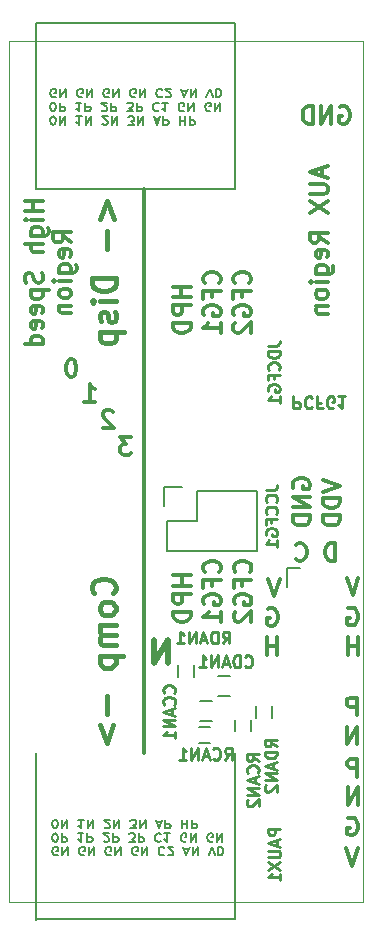
<source format=gbo>
G04 #@! TF.FileFunction,Legend,Bot*
%FSLAX46Y46*%
G04 Gerber Fmt 4.6, Leading zero omitted, Abs format (unit mm)*
G04 Created by KiCad (PCBNEW 4.0.2+e4-6225~38~ubuntu14.04.1-stable) date Mon Aug  1 15:26:05 2016*
%MOMM*%
G01*
G04 APERTURE LIST*
%ADD10C,0.350000*%
%ADD11C,0.300000*%
%ADD12C,0.250000*%
%ADD13C,0.500000*%
%ADD14C,0.400000*%
%ADD15C,0.175000*%
%ADD16C,0.100000*%
%ADD17C,0.152400*%
G04 APERTURE END LIST*
D10*
D11*
X50100000Y-90603571D02*
X49600000Y-92103571D01*
X49100000Y-90603571D01*
X49232143Y-88075000D02*
X49375000Y-88003571D01*
X49589286Y-88003571D01*
X49803571Y-88075000D01*
X49946429Y-88217857D01*
X50017857Y-88360714D01*
X50089286Y-88646429D01*
X50089286Y-88860714D01*
X50017857Y-89146429D01*
X49946429Y-89289286D01*
X49803571Y-89432143D01*
X49589286Y-89503571D01*
X49446429Y-89503571D01*
X49232143Y-89432143D01*
X49160714Y-89360714D01*
X49160714Y-88860714D01*
X49446429Y-88860714D01*
X50053571Y-86953571D02*
X50053571Y-85453571D01*
X49196428Y-86953571D01*
X49196428Y-85453571D01*
X49992857Y-84528571D02*
X49992857Y-83028571D01*
X49421429Y-83028571D01*
X49278571Y-83100000D01*
X49207143Y-83171429D01*
X49135714Y-83314286D01*
X49135714Y-83528571D01*
X49207143Y-83671429D01*
X49278571Y-83742857D01*
X49421429Y-83814286D01*
X49992857Y-83814286D01*
X50003571Y-81803571D02*
X50003571Y-80303571D01*
X49146428Y-81803571D01*
X49146428Y-80303571D01*
X49967857Y-79353571D02*
X49967857Y-77853571D01*
X49396429Y-77853571D01*
X49253571Y-77925000D01*
X49182143Y-77996429D01*
X49110714Y-78139286D01*
X49110714Y-78353571D01*
X49182143Y-78496429D01*
X49253571Y-78567857D01*
X49396429Y-78639286D01*
X49967857Y-78639286D01*
X50053571Y-74253571D02*
X50053571Y-72753571D01*
X50053571Y-73467857D02*
X49196428Y-73467857D01*
X49196428Y-74253571D02*
X49196428Y-72753571D01*
X49232143Y-70300000D02*
X49375000Y-70228571D01*
X49589286Y-70228571D01*
X49803571Y-70300000D01*
X49946429Y-70442857D01*
X50017857Y-70585714D01*
X50089286Y-70871429D01*
X50089286Y-71085714D01*
X50017857Y-71371429D01*
X49946429Y-71514286D01*
X49803571Y-71657143D01*
X49589286Y-71728571D01*
X49446429Y-71728571D01*
X49232143Y-71657143D01*
X49160714Y-71585714D01*
X49160714Y-71085714D01*
X49446429Y-71085714D01*
X50125000Y-67678571D02*
X49625000Y-69178571D01*
X49125000Y-67678571D01*
X44810714Y-66135714D02*
X44882143Y-66207143D01*
X45096429Y-66278571D01*
X45239286Y-66278571D01*
X45453571Y-66207143D01*
X45596429Y-66064286D01*
X45667857Y-65921429D01*
X45739286Y-65635714D01*
X45739286Y-65421429D01*
X45667857Y-65135714D01*
X45596429Y-64992857D01*
X45453571Y-64850000D01*
X45239286Y-64778571D01*
X45096429Y-64778571D01*
X44882143Y-64850000D01*
X44810714Y-64921429D01*
X48142857Y-66278571D02*
X48142857Y-64778571D01*
X47785714Y-64778571D01*
X47571429Y-64850000D01*
X47428571Y-64992857D01*
X47357143Y-65135714D01*
X47285714Y-65421429D01*
X47285714Y-65635714D01*
X47357143Y-65921429D01*
X47428571Y-66064286D01*
X47571429Y-66207143D01*
X47785714Y-66278571D01*
X48142857Y-66278571D01*
X47075000Y-33010714D02*
X47075000Y-33725000D01*
X47503571Y-32867857D02*
X46003571Y-33367857D01*
X47503571Y-33867857D01*
X46003571Y-34367857D02*
X47217857Y-34367857D01*
X47360714Y-34439285D01*
X47432143Y-34510714D01*
X47503571Y-34653571D01*
X47503571Y-34939285D01*
X47432143Y-35082143D01*
X47360714Y-35153571D01*
X47217857Y-35225000D01*
X46003571Y-35225000D01*
X46003571Y-35796429D02*
X47503571Y-36796429D01*
X46003571Y-36796429D02*
X47503571Y-35796429D01*
X47503571Y-39367857D02*
X46789286Y-38867857D01*
X47503571Y-38510714D02*
X46003571Y-38510714D01*
X46003571Y-39082142D01*
X46075000Y-39225000D01*
X46146429Y-39296428D01*
X46289286Y-39367857D01*
X46503571Y-39367857D01*
X46646429Y-39296428D01*
X46717857Y-39225000D01*
X46789286Y-39082142D01*
X46789286Y-38510714D01*
X47432143Y-40582142D02*
X47503571Y-40439285D01*
X47503571Y-40153571D01*
X47432143Y-40010714D01*
X47289286Y-39939285D01*
X46717857Y-39939285D01*
X46575000Y-40010714D01*
X46503571Y-40153571D01*
X46503571Y-40439285D01*
X46575000Y-40582142D01*
X46717857Y-40653571D01*
X46860714Y-40653571D01*
X47003571Y-39939285D01*
X46503571Y-41939285D02*
X47717857Y-41939285D01*
X47860714Y-41867856D01*
X47932143Y-41796428D01*
X48003571Y-41653571D01*
X48003571Y-41439285D01*
X47932143Y-41296428D01*
X47432143Y-41939285D02*
X47503571Y-41796428D01*
X47503571Y-41510714D01*
X47432143Y-41367856D01*
X47360714Y-41296428D01*
X47217857Y-41224999D01*
X46789286Y-41224999D01*
X46646429Y-41296428D01*
X46575000Y-41367856D01*
X46503571Y-41510714D01*
X46503571Y-41796428D01*
X46575000Y-41939285D01*
X47503571Y-42653571D02*
X46503571Y-42653571D01*
X46003571Y-42653571D02*
X46075000Y-42582142D01*
X46146429Y-42653571D01*
X46075000Y-42724999D01*
X46003571Y-42653571D01*
X46146429Y-42653571D01*
X47503571Y-43582143D02*
X47432143Y-43439285D01*
X47360714Y-43367857D01*
X47217857Y-43296428D01*
X46789286Y-43296428D01*
X46646429Y-43367857D01*
X46575000Y-43439285D01*
X46503571Y-43582143D01*
X46503571Y-43796428D01*
X46575000Y-43939285D01*
X46646429Y-44010714D01*
X46789286Y-44082143D01*
X47217857Y-44082143D01*
X47360714Y-44010714D01*
X47432143Y-43939285D01*
X47503571Y-43796428D01*
X47503571Y-43582143D01*
X46503571Y-44725000D02*
X47503571Y-44725000D01*
X46646429Y-44725000D02*
X46575000Y-44796428D01*
X46503571Y-44939286D01*
X46503571Y-45153571D01*
X46575000Y-45296428D01*
X46717857Y-45367857D01*
X47503571Y-45367857D01*
X23378571Y-35803572D02*
X21878571Y-35803572D01*
X22592857Y-35803572D02*
X22592857Y-36660715D01*
X23378571Y-36660715D02*
X21878571Y-36660715D01*
X23378571Y-37375001D02*
X22378571Y-37375001D01*
X21878571Y-37375001D02*
X21950000Y-37303572D01*
X22021429Y-37375001D01*
X21950000Y-37446429D01*
X21878571Y-37375001D01*
X22021429Y-37375001D01*
X22378571Y-38732144D02*
X23592857Y-38732144D01*
X23735714Y-38660715D01*
X23807143Y-38589287D01*
X23878571Y-38446430D01*
X23878571Y-38232144D01*
X23807143Y-38089287D01*
X23307143Y-38732144D02*
X23378571Y-38589287D01*
X23378571Y-38303573D01*
X23307143Y-38160715D01*
X23235714Y-38089287D01*
X23092857Y-38017858D01*
X22664286Y-38017858D01*
X22521429Y-38089287D01*
X22450000Y-38160715D01*
X22378571Y-38303573D01*
X22378571Y-38589287D01*
X22450000Y-38732144D01*
X23378571Y-39446430D02*
X21878571Y-39446430D01*
X23378571Y-40089287D02*
X22592857Y-40089287D01*
X22450000Y-40017858D01*
X22378571Y-39875001D01*
X22378571Y-39660716D01*
X22450000Y-39517858D01*
X22521429Y-39446430D01*
X23307143Y-41875001D02*
X23378571Y-42089287D01*
X23378571Y-42446430D01*
X23307143Y-42589287D01*
X23235714Y-42660716D01*
X23092857Y-42732144D01*
X22950000Y-42732144D01*
X22807143Y-42660716D01*
X22735714Y-42589287D01*
X22664286Y-42446430D01*
X22592857Y-42160716D01*
X22521429Y-42017858D01*
X22450000Y-41946430D01*
X22307143Y-41875001D01*
X22164286Y-41875001D01*
X22021429Y-41946430D01*
X21950000Y-42017858D01*
X21878571Y-42160716D01*
X21878571Y-42517858D01*
X21950000Y-42732144D01*
X22378571Y-43375001D02*
X23878571Y-43375001D01*
X22450000Y-43375001D02*
X22378571Y-43517858D01*
X22378571Y-43803572D01*
X22450000Y-43946429D01*
X22521429Y-44017858D01*
X22664286Y-44089287D01*
X23092857Y-44089287D01*
X23235714Y-44017858D01*
X23307143Y-43946429D01*
X23378571Y-43803572D01*
X23378571Y-43517858D01*
X23307143Y-43375001D01*
X23307143Y-45303572D02*
X23378571Y-45160715D01*
X23378571Y-44875001D01*
X23307143Y-44732144D01*
X23164286Y-44660715D01*
X22592857Y-44660715D01*
X22450000Y-44732144D01*
X22378571Y-44875001D01*
X22378571Y-45160715D01*
X22450000Y-45303572D01*
X22592857Y-45375001D01*
X22735714Y-45375001D01*
X22878571Y-44660715D01*
X23307143Y-46589286D02*
X23378571Y-46446429D01*
X23378571Y-46160715D01*
X23307143Y-46017858D01*
X23164286Y-45946429D01*
X22592857Y-45946429D01*
X22450000Y-46017858D01*
X22378571Y-46160715D01*
X22378571Y-46446429D01*
X22450000Y-46589286D01*
X22592857Y-46660715D01*
X22735714Y-46660715D01*
X22878571Y-45946429D01*
X23378571Y-47946429D02*
X21878571Y-47946429D01*
X23307143Y-47946429D02*
X23378571Y-47803572D01*
X23378571Y-47517858D01*
X23307143Y-47375000D01*
X23235714Y-47303572D01*
X23092857Y-47232143D01*
X22664286Y-47232143D01*
X22521429Y-47303572D01*
X22450000Y-47375000D01*
X22378571Y-47517858D01*
X22378571Y-47803572D01*
X22450000Y-47946429D01*
X25778571Y-39303572D02*
X25064286Y-38803572D01*
X25778571Y-38446429D02*
X24278571Y-38446429D01*
X24278571Y-39017857D01*
X24350000Y-39160715D01*
X24421429Y-39232143D01*
X24564286Y-39303572D01*
X24778571Y-39303572D01*
X24921429Y-39232143D01*
X24992857Y-39160715D01*
X25064286Y-39017857D01*
X25064286Y-38446429D01*
X25707143Y-40517857D02*
X25778571Y-40375000D01*
X25778571Y-40089286D01*
X25707143Y-39946429D01*
X25564286Y-39875000D01*
X24992857Y-39875000D01*
X24850000Y-39946429D01*
X24778571Y-40089286D01*
X24778571Y-40375000D01*
X24850000Y-40517857D01*
X24992857Y-40589286D01*
X25135714Y-40589286D01*
X25278571Y-39875000D01*
X24778571Y-41875000D02*
X25992857Y-41875000D01*
X26135714Y-41803571D01*
X26207143Y-41732143D01*
X26278571Y-41589286D01*
X26278571Y-41375000D01*
X26207143Y-41232143D01*
X25707143Y-41875000D02*
X25778571Y-41732143D01*
X25778571Y-41446429D01*
X25707143Y-41303571D01*
X25635714Y-41232143D01*
X25492857Y-41160714D01*
X25064286Y-41160714D01*
X24921429Y-41232143D01*
X24850000Y-41303571D01*
X24778571Y-41446429D01*
X24778571Y-41732143D01*
X24850000Y-41875000D01*
X25778571Y-42589286D02*
X24778571Y-42589286D01*
X24278571Y-42589286D02*
X24350000Y-42517857D01*
X24421429Y-42589286D01*
X24350000Y-42660714D01*
X24278571Y-42589286D01*
X24421429Y-42589286D01*
X25778571Y-43517858D02*
X25707143Y-43375000D01*
X25635714Y-43303572D01*
X25492857Y-43232143D01*
X25064286Y-43232143D01*
X24921429Y-43303572D01*
X24850000Y-43375000D01*
X24778571Y-43517858D01*
X24778571Y-43732143D01*
X24850000Y-43875000D01*
X24921429Y-43946429D01*
X25064286Y-44017858D01*
X25492857Y-44017858D01*
X25635714Y-43946429D01*
X25707143Y-43875000D01*
X25778571Y-43732143D01*
X25778571Y-43517858D01*
X24778571Y-44660715D02*
X25778571Y-44660715D01*
X24921429Y-44660715D02*
X24850000Y-44732143D01*
X24778571Y-44875001D01*
X24778571Y-45089286D01*
X24850000Y-45232143D01*
X24992857Y-45303572D01*
X25778571Y-45303572D01*
D12*
X43502381Y-88933333D02*
X42502381Y-88933333D01*
X42502381Y-89314286D01*
X42550000Y-89409524D01*
X42597619Y-89457143D01*
X42692857Y-89504762D01*
X42835714Y-89504762D01*
X42930952Y-89457143D01*
X42978571Y-89409524D01*
X43026190Y-89314286D01*
X43026190Y-88933333D01*
X43216667Y-89885714D02*
X43216667Y-90361905D01*
X43502381Y-89790476D02*
X42502381Y-90123809D01*
X43502381Y-90457143D01*
X42502381Y-90790476D02*
X43311905Y-90790476D01*
X43407143Y-90838095D01*
X43454762Y-90885714D01*
X43502381Y-90980952D01*
X43502381Y-91171429D01*
X43454762Y-91266667D01*
X43407143Y-91314286D01*
X43311905Y-91361905D01*
X42502381Y-91361905D01*
X42502381Y-91742857D02*
X43502381Y-92409524D01*
X42502381Y-92409524D02*
X43502381Y-91742857D01*
X43502381Y-93314286D02*
X43502381Y-92742857D01*
X43502381Y-93028571D02*
X42502381Y-93028571D01*
X42645238Y-92933333D01*
X42740476Y-92838095D01*
X42788095Y-92742857D01*
X44608333Y-52347619D02*
X44608333Y-53347619D01*
X44989286Y-53347619D01*
X45084524Y-53300000D01*
X45132143Y-53252381D01*
X45179762Y-53157143D01*
X45179762Y-53014286D01*
X45132143Y-52919048D01*
X45084524Y-52871429D01*
X44989286Y-52823810D01*
X44608333Y-52823810D01*
X46179762Y-52442857D02*
X46132143Y-52395238D01*
X45989286Y-52347619D01*
X45894048Y-52347619D01*
X45751190Y-52395238D01*
X45655952Y-52490476D01*
X45608333Y-52585714D01*
X45560714Y-52776190D01*
X45560714Y-52919048D01*
X45608333Y-53109524D01*
X45655952Y-53204762D01*
X45751190Y-53300000D01*
X45894048Y-53347619D01*
X45989286Y-53347619D01*
X46132143Y-53300000D01*
X46179762Y-53252381D01*
X46941667Y-52871429D02*
X46608333Y-52871429D01*
X46608333Y-52347619D02*
X46608333Y-53347619D01*
X47084524Y-53347619D01*
X47989286Y-53300000D02*
X47894048Y-53347619D01*
X47751191Y-53347619D01*
X47608333Y-53300000D01*
X47513095Y-53204762D01*
X47465476Y-53109524D01*
X47417857Y-52919048D01*
X47417857Y-52776190D01*
X47465476Y-52585714D01*
X47513095Y-52490476D01*
X47608333Y-52395238D01*
X47751191Y-52347619D01*
X47846429Y-52347619D01*
X47989286Y-52395238D01*
X48036905Y-52442857D01*
X48036905Y-52776190D01*
X47846429Y-52776190D01*
X48989286Y-52347619D02*
X48417857Y-52347619D01*
X48703571Y-52347619D02*
X48703571Y-53347619D01*
X48608333Y-53204762D01*
X48513095Y-53109524D01*
X48417857Y-53061905D01*
D11*
X30874999Y-55803571D02*
X29946428Y-55803571D01*
X30446428Y-56375000D01*
X30232142Y-56375000D01*
X30089285Y-56446429D01*
X30017856Y-56517857D01*
X29946428Y-56660714D01*
X29946428Y-57017857D01*
X30017856Y-57160714D01*
X30089285Y-57232143D01*
X30232142Y-57303571D01*
X30660714Y-57303571D01*
X30803571Y-57232143D01*
X30874999Y-57160714D01*
X29328571Y-53646429D02*
X29257142Y-53575000D01*
X29114285Y-53503571D01*
X28757142Y-53503571D01*
X28614285Y-53575000D01*
X28542856Y-53646429D01*
X28471428Y-53789286D01*
X28471428Y-53932143D01*
X28542856Y-54146429D01*
X29399999Y-55003571D01*
X28471428Y-55003571D01*
X26921428Y-52803571D02*
X27778571Y-52803571D01*
X27349999Y-52803571D02*
X27349999Y-51303571D01*
X27492856Y-51517857D01*
X27635714Y-51660714D01*
X27778571Y-51732143D01*
X25871428Y-49216571D02*
X25728571Y-49216571D01*
X25585714Y-49288000D01*
X25514285Y-49359429D01*
X25442856Y-49502286D01*
X25371428Y-49788000D01*
X25371428Y-50145143D01*
X25442856Y-50430857D01*
X25514285Y-50573714D01*
X25585714Y-50645143D01*
X25728571Y-50716571D01*
X25871428Y-50716571D01*
X26014285Y-50645143D01*
X26085714Y-50573714D01*
X26157142Y-50430857D01*
X26228571Y-50145143D01*
X26228571Y-49788000D01*
X26157142Y-49502286D01*
X26085714Y-49359429D01*
X26014285Y-49288000D01*
X25871428Y-49216571D01*
D13*
X33971429Y-74954762D02*
X33971429Y-72954762D01*
X32828571Y-74954762D01*
X32828571Y-72954762D01*
D14*
X29364286Y-69013096D02*
X29459524Y-68917858D01*
X29554762Y-68632143D01*
X29554762Y-68441667D01*
X29459524Y-68155953D01*
X29269048Y-67965477D01*
X29078571Y-67870238D01*
X28697619Y-67775000D01*
X28411905Y-67775000D01*
X28030952Y-67870238D01*
X27840476Y-67965477D01*
X27650000Y-68155953D01*
X27554762Y-68441667D01*
X27554762Y-68632143D01*
X27650000Y-68917858D01*
X27745238Y-69013096D01*
X29554762Y-70155953D02*
X29459524Y-69965477D01*
X29364286Y-69870238D01*
X29173810Y-69775000D01*
X28602381Y-69775000D01*
X28411905Y-69870238D01*
X28316667Y-69965477D01*
X28221429Y-70155953D01*
X28221429Y-70441667D01*
X28316667Y-70632143D01*
X28411905Y-70727381D01*
X28602381Y-70822619D01*
X29173810Y-70822619D01*
X29364286Y-70727381D01*
X29459524Y-70632143D01*
X29554762Y-70441667D01*
X29554762Y-70155953D01*
X29554762Y-71679762D02*
X28221429Y-71679762D01*
X28411905Y-71679762D02*
X28316667Y-71775001D01*
X28221429Y-71965477D01*
X28221429Y-72251191D01*
X28316667Y-72441667D01*
X28507143Y-72536905D01*
X29554762Y-72536905D01*
X28507143Y-72536905D02*
X28316667Y-72632143D01*
X28221429Y-72822620D01*
X28221429Y-73108334D01*
X28316667Y-73298810D01*
X28507143Y-73394048D01*
X29554762Y-73394048D01*
X28221429Y-74346429D02*
X30221429Y-74346429D01*
X28316667Y-74346429D02*
X28221429Y-74536906D01*
X28221429Y-74917858D01*
X28316667Y-75108334D01*
X28411905Y-75203572D01*
X28602381Y-75298810D01*
X29173810Y-75298810D01*
X29364286Y-75203572D01*
X29459524Y-75108334D01*
X29554762Y-74917858D01*
X29554762Y-74536906D01*
X29459524Y-74346429D01*
X28792857Y-77679763D02*
X28792857Y-79203573D01*
X28221429Y-80155953D02*
X28792857Y-81679763D01*
X29364286Y-80155953D01*
X28246429Y-37346429D02*
X28817857Y-35822619D01*
X29389286Y-37346429D01*
X28817857Y-38298809D02*
X28817857Y-39822619D01*
X29579762Y-42298809D02*
X27579762Y-42298809D01*
X27579762Y-42775000D01*
X27675000Y-43060714D01*
X27865476Y-43251190D01*
X28055952Y-43346429D01*
X28436905Y-43441667D01*
X28722619Y-43441667D01*
X29103571Y-43346429D01*
X29294048Y-43251190D01*
X29484524Y-43060714D01*
X29579762Y-42775000D01*
X29579762Y-42298809D01*
X29579762Y-44298809D02*
X28246429Y-44298809D01*
X27579762Y-44298809D02*
X27675000Y-44203571D01*
X27770238Y-44298809D01*
X27675000Y-44394048D01*
X27579762Y-44298809D01*
X27770238Y-44298809D01*
X29484524Y-45155952D02*
X29579762Y-45346429D01*
X29579762Y-45727381D01*
X29484524Y-45917857D01*
X29294048Y-46013095D01*
X29198810Y-46013095D01*
X29008333Y-45917857D01*
X28913095Y-45727381D01*
X28913095Y-45441667D01*
X28817857Y-45251190D01*
X28627381Y-45155952D01*
X28532143Y-45155952D01*
X28341667Y-45251190D01*
X28246429Y-45441667D01*
X28246429Y-45727381D01*
X28341667Y-45917857D01*
X28246429Y-46870238D02*
X30246429Y-46870238D01*
X28341667Y-46870238D02*
X28246429Y-47060715D01*
X28246429Y-47441667D01*
X28341667Y-47632143D01*
X28436905Y-47727381D01*
X28627381Y-47822619D01*
X29198810Y-47822619D01*
X29389286Y-47727381D01*
X29484524Y-47632143D01*
X29579762Y-47441667D01*
X29579762Y-47060715D01*
X29484524Y-46870238D01*
D15*
X24663324Y-91167000D02*
X24587133Y-91200333D01*
X24472848Y-91200333D01*
X24358562Y-91167000D01*
X24282371Y-91100333D01*
X24244276Y-91033667D01*
X24206181Y-90900333D01*
X24206181Y-90800333D01*
X24244276Y-90667000D01*
X24282371Y-90600333D01*
X24358562Y-90533667D01*
X24472848Y-90500333D01*
X24549038Y-90500333D01*
X24663324Y-90533667D01*
X24701419Y-90567000D01*
X24701419Y-90800333D01*
X24549038Y-90800333D01*
X25044276Y-90500333D02*
X25044276Y-91200333D01*
X25501419Y-90500333D01*
X25501419Y-91200333D01*
X26910943Y-91167000D02*
X26834752Y-91200333D01*
X26720467Y-91200333D01*
X26606181Y-91167000D01*
X26529990Y-91100333D01*
X26491895Y-91033667D01*
X26453800Y-90900333D01*
X26453800Y-90800333D01*
X26491895Y-90667000D01*
X26529990Y-90600333D01*
X26606181Y-90533667D01*
X26720467Y-90500333D01*
X26796657Y-90500333D01*
X26910943Y-90533667D01*
X26949038Y-90567000D01*
X26949038Y-90800333D01*
X26796657Y-90800333D01*
X27291895Y-90500333D02*
X27291895Y-91200333D01*
X27749038Y-90500333D01*
X27749038Y-91200333D01*
X29158562Y-91167000D02*
X29082371Y-91200333D01*
X28968086Y-91200333D01*
X28853800Y-91167000D01*
X28777609Y-91100333D01*
X28739514Y-91033667D01*
X28701419Y-90900333D01*
X28701419Y-90800333D01*
X28739514Y-90667000D01*
X28777609Y-90600333D01*
X28853800Y-90533667D01*
X28968086Y-90500333D01*
X29044276Y-90500333D01*
X29158562Y-90533667D01*
X29196657Y-90567000D01*
X29196657Y-90800333D01*
X29044276Y-90800333D01*
X29539514Y-90500333D02*
X29539514Y-91200333D01*
X29996657Y-90500333D01*
X29996657Y-91200333D01*
X31406181Y-91167000D02*
X31329990Y-91200333D01*
X31215705Y-91200333D01*
X31101419Y-91167000D01*
X31025228Y-91100333D01*
X30987133Y-91033667D01*
X30949038Y-90900333D01*
X30949038Y-90800333D01*
X30987133Y-90667000D01*
X31025228Y-90600333D01*
X31101419Y-90533667D01*
X31215705Y-90500333D01*
X31291895Y-90500333D01*
X31406181Y-90533667D01*
X31444276Y-90567000D01*
X31444276Y-90800333D01*
X31291895Y-90800333D01*
X31787133Y-90500333D02*
X31787133Y-91200333D01*
X32244276Y-90500333D01*
X32244276Y-91200333D01*
X33691895Y-90567000D02*
X33653800Y-90533667D01*
X33539514Y-90500333D01*
X33463324Y-90500333D01*
X33349038Y-90533667D01*
X33272847Y-90600333D01*
X33234752Y-90667000D01*
X33196657Y-90800333D01*
X33196657Y-90900333D01*
X33234752Y-91033667D01*
X33272847Y-91100333D01*
X33349038Y-91167000D01*
X33463324Y-91200333D01*
X33539514Y-91200333D01*
X33653800Y-91167000D01*
X33691895Y-91133667D01*
X33996657Y-91133667D02*
X34034752Y-91167000D01*
X34110943Y-91200333D01*
X34301419Y-91200333D01*
X34377609Y-91167000D01*
X34415705Y-91133667D01*
X34453800Y-91067000D01*
X34453800Y-91000333D01*
X34415705Y-90900333D01*
X33958562Y-90500333D01*
X34453800Y-90500333D01*
X35368086Y-90700333D02*
X35749038Y-90700333D01*
X35291895Y-90500333D02*
X35558562Y-91200333D01*
X35825229Y-90500333D01*
X36091895Y-90500333D02*
X36091895Y-91200333D01*
X36549038Y-90500333D01*
X36549038Y-91200333D01*
X37425228Y-91200333D02*
X37691895Y-90500333D01*
X37958562Y-91200333D01*
X38225228Y-90500333D02*
X38225228Y-91200333D01*
X38415704Y-91200333D01*
X38529990Y-91167000D01*
X38606181Y-91100333D01*
X38644276Y-91033667D01*
X38682371Y-90900333D01*
X38682371Y-90800333D01*
X38644276Y-90667000D01*
X38606181Y-90600333D01*
X38529990Y-90533667D01*
X38415704Y-90500333D01*
X38225228Y-90500333D01*
X24396657Y-90045333D02*
X24472848Y-90045333D01*
X24549038Y-90012000D01*
X24587133Y-89978667D01*
X24625229Y-89912000D01*
X24663324Y-89778667D01*
X24663324Y-89612000D01*
X24625229Y-89478667D01*
X24587133Y-89412000D01*
X24549038Y-89378667D01*
X24472848Y-89345333D01*
X24396657Y-89345333D01*
X24320467Y-89378667D01*
X24282371Y-89412000D01*
X24244276Y-89478667D01*
X24206181Y-89612000D01*
X24206181Y-89778667D01*
X24244276Y-89912000D01*
X24282371Y-89978667D01*
X24320467Y-90012000D01*
X24396657Y-90045333D01*
X25006181Y-89345333D02*
X25006181Y-90045333D01*
X25310943Y-90045333D01*
X25387134Y-90012000D01*
X25425229Y-89978667D01*
X25463324Y-89912000D01*
X25463324Y-89812000D01*
X25425229Y-89745333D01*
X25387134Y-89712000D01*
X25310943Y-89678667D01*
X25006181Y-89678667D01*
X26834753Y-89345333D02*
X26377610Y-89345333D01*
X26606181Y-89345333D02*
X26606181Y-90045333D01*
X26529991Y-89945333D01*
X26453800Y-89878667D01*
X26377610Y-89845333D01*
X27177610Y-89345333D02*
X27177610Y-90045333D01*
X27482372Y-90045333D01*
X27558563Y-90012000D01*
X27596658Y-89978667D01*
X27634753Y-89912000D01*
X27634753Y-89812000D01*
X27596658Y-89745333D01*
X27558563Y-89712000D01*
X27482372Y-89678667D01*
X27177610Y-89678667D01*
X28549039Y-89978667D02*
X28587134Y-90012000D01*
X28663325Y-90045333D01*
X28853801Y-90045333D01*
X28929991Y-90012000D01*
X28968087Y-89978667D01*
X29006182Y-89912000D01*
X29006182Y-89845333D01*
X28968087Y-89745333D01*
X28510944Y-89345333D01*
X29006182Y-89345333D01*
X29349039Y-89345333D02*
X29349039Y-90045333D01*
X29653801Y-90045333D01*
X29729992Y-90012000D01*
X29768087Y-89978667D01*
X29806182Y-89912000D01*
X29806182Y-89812000D01*
X29768087Y-89745333D01*
X29729992Y-89712000D01*
X29653801Y-89678667D01*
X29349039Y-89678667D01*
X30682373Y-90045333D02*
X31177611Y-90045333D01*
X30910944Y-89778667D01*
X31025230Y-89778667D01*
X31101420Y-89745333D01*
X31139516Y-89712000D01*
X31177611Y-89645333D01*
X31177611Y-89478667D01*
X31139516Y-89412000D01*
X31101420Y-89378667D01*
X31025230Y-89345333D01*
X30796658Y-89345333D01*
X30720468Y-89378667D01*
X30682373Y-89412000D01*
X31520468Y-89345333D02*
X31520468Y-90045333D01*
X31825230Y-90045333D01*
X31901421Y-90012000D01*
X31939516Y-89978667D01*
X31977611Y-89912000D01*
X31977611Y-89812000D01*
X31939516Y-89745333D01*
X31901421Y-89712000D01*
X31825230Y-89678667D01*
X31520468Y-89678667D01*
X33387135Y-89412000D02*
X33349040Y-89378667D01*
X33234754Y-89345333D01*
X33158564Y-89345333D01*
X33044278Y-89378667D01*
X32968087Y-89445333D01*
X32929992Y-89512000D01*
X32891897Y-89645333D01*
X32891897Y-89745333D01*
X32929992Y-89878667D01*
X32968087Y-89945333D01*
X33044278Y-90012000D01*
X33158564Y-90045333D01*
X33234754Y-90045333D01*
X33349040Y-90012000D01*
X33387135Y-89978667D01*
X34149040Y-89345333D02*
X33691897Y-89345333D01*
X33920468Y-89345333D02*
X33920468Y-90045333D01*
X33844278Y-89945333D01*
X33768087Y-89878667D01*
X33691897Y-89845333D01*
X35520469Y-90012000D02*
X35444278Y-90045333D01*
X35329993Y-90045333D01*
X35215707Y-90012000D01*
X35139516Y-89945333D01*
X35101421Y-89878667D01*
X35063326Y-89745333D01*
X35063326Y-89645333D01*
X35101421Y-89512000D01*
X35139516Y-89445333D01*
X35215707Y-89378667D01*
X35329993Y-89345333D01*
X35406183Y-89345333D01*
X35520469Y-89378667D01*
X35558564Y-89412000D01*
X35558564Y-89645333D01*
X35406183Y-89645333D01*
X35901421Y-89345333D02*
X35901421Y-90045333D01*
X36358564Y-89345333D01*
X36358564Y-90045333D01*
X37768088Y-90012000D02*
X37691897Y-90045333D01*
X37577612Y-90045333D01*
X37463326Y-90012000D01*
X37387135Y-89945333D01*
X37349040Y-89878667D01*
X37310945Y-89745333D01*
X37310945Y-89645333D01*
X37349040Y-89512000D01*
X37387135Y-89445333D01*
X37463326Y-89378667D01*
X37577612Y-89345333D01*
X37653802Y-89345333D01*
X37768088Y-89378667D01*
X37806183Y-89412000D01*
X37806183Y-89645333D01*
X37653802Y-89645333D01*
X38149040Y-89345333D02*
X38149040Y-90045333D01*
X38606183Y-89345333D01*
X38606183Y-90045333D01*
X24396657Y-88890333D02*
X24472848Y-88890333D01*
X24549038Y-88857000D01*
X24587133Y-88823667D01*
X24625229Y-88757000D01*
X24663324Y-88623667D01*
X24663324Y-88457000D01*
X24625229Y-88323667D01*
X24587133Y-88257000D01*
X24549038Y-88223667D01*
X24472848Y-88190333D01*
X24396657Y-88190333D01*
X24320467Y-88223667D01*
X24282371Y-88257000D01*
X24244276Y-88323667D01*
X24206181Y-88457000D01*
X24206181Y-88623667D01*
X24244276Y-88757000D01*
X24282371Y-88823667D01*
X24320467Y-88857000D01*
X24396657Y-88890333D01*
X25006181Y-88190333D02*
X25006181Y-88890333D01*
X25463324Y-88190333D01*
X25463324Y-88890333D01*
X26872848Y-88190333D02*
X26415705Y-88190333D01*
X26644276Y-88190333D02*
X26644276Y-88890333D01*
X26568086Y-88790333D01*
X26491895Y-88723667D01*
X26415705Y-88690333D01*
X27215705Y-88190333D02*
X27215705Y-88890333D01*
X27672848Y-88190333D01*
X27672848Y-88890333D01*
X28625229Y-88823667D02*
X28663324Y-88857000D01*
X28739515Y-88890333D01*
X28929991Y-88890333D01*
X29006181Y-88857000D01*
X29044277Y-88823667D01*
X29082372Y-88757000D01*
X29082372Y-88690333D01*
X29044277Y-88590333D01*
X28587134Y-88190333D01*
X29082372Y-88190333D01*
X29425229Y-88190333D02*
X29425229Y-88890333D01*
X29882372Y-88190333D01*
X29882372Y-88890333D01*
X30796658Y-88890333D02*
X31291896Y-88890333D01*
X31025229Y-88623667D01*
X31139515Y-88623667D01*
X31215705Y-88590333D01*
X31253801Y-88557000D01*
X31291896Y-88490333D01*
X31291896Y-88323667D01*
X31253801Y-88257000D01*
X31215705Y-88223667D01*
X31139515Y-88190333D01*
X30910943Y-88190333D01*
X30834753Y-88223667D01*
X30796658Y-88257000D01*
X31634753Y-88190333D02*
X31634753Y-88890333D01*
X32091896Y-88190333D01*
X32091896Y-88890333D01*
X33044277Y-88390333D02*
X33425229Y-88390333D01*
X32968086Y-88190333D02*
X33234753Y-88890333D01*
X33501420Y-88190333D01*
X33768086Y-88190333D02*
X33768086Y-88890333D01*
X34072848Y-88890333D01*
X34149039Y-88857000D01*
X34187134Y-88823667D01*
X34225229Y-88757000D01*
X34225229Y-88657000D01*
X34187134Y-88590333D01*
X34149039Y-88557000D01*
X34072848Y-88523667D01*
X33768086Y-88523667D01*
X35177610Y-88190333D02*
X35177610Y-88890333D01*
X35177610Y-88557000D02*
X35634753Y-88557000D01*
X35634753Y-88190333D02*
X35634753Y-88890333D01*
X36015705Y-88190333D02*
X36015705Y-88890333D01*
X36320467Y-88890333D01*
X36396658Y-88857000D01*
X36434753Y-88823667D01*
X36472848Y-88757000D01*
X36472848Y-88657000D01*
X36434753Y-88590333D01*
X36396658Y-88557000D01*
X36320467Y-88523667D01*
X36015705Y-88523667D01*
X24218857Y-29325933D02*
X24295048Y-29325933D01*
X24371238Y-29292600D01*
X24409333Y-29259267D01*
X24447429Y-29192600D01*
X24485524Y-29059267D01*
X24485524Y-28892600D01*
X24447429Y-28759267D01*
X24409333Y-28692600D01*
X24371238Y-28659267D01*
X24295048Y-28625933D01*
X24218857Y-28625933D01*
X24142667Y-28659267D01*
X24104571Y-28692600D01*
X24066476Y-28759267D01*
X24028381Y-28892600D01*
X24028381Y-29059267D01*
X24066476Y-29192600D01*
X24104571Y-29259267D01*
X24142667Y-29292600D01*
X24218857Y-29325933D01*
X24828381Y-28625933D02*
X24828381Y-29325933D01*
X25285524Y-28625933D01*
X25285524Y-29325933D01*
X26695048Y-28625933D02*
X26237905Y-28625933D01*
X26466476Y-28625933D02*
X26466476Y-29325933D01*
X26390286Y-29225933D01*
X26314095Y-29159267D01*
X26237905Y-29125933D01*
X27037905Y-28625933D02*
X27037905Y-29325933D01*
X27495048Y-28625933D01*
X27495048Y-29325933D01*
X28447429Y-29259267D02*
X28485524Y-29292600D01*
X28561715Y-29325933D01*
X28752191Y-29325933D01*
X28828381Y-29292600D01*
X28866477Y-29259267D01*
X28904572Y-29192600D01*
X28904572Y-29125933D01*
X28866477Y-29025933D01*
X28409334Y-28625933D01*
X28904572Y-28625933D01*
X29247429Y-28625933D02*
X29247429Y-29325933D01*
X29704572Y-28625933D01*
X29704572Y-29325933D01*
X30618858Y-29325933D02*
X31114096Y-29325933D01*
X30847429Y-29059267D01*
X30961715Y-29059267D01*
X31037905Y-29025933D01*
X31076001Y-28992600D01*
X31114096Y-28925933D01*
X31114096Y-28759267D01*
X31076001Y-28692600D01*
X31037905Y-28659267D01*
X30961715Y-28625933D01*
X30733143Y-28625933D01*
X30656953Y-28659267D01*
X30618858Y-28692600D01*
X31456953Y-28625933D02*
X31456953Y-29325933D01*
X31914096Y-28625933D01*
X31914096Y-29325933D01*
X32866477Y-28825933D02*
X33247429Y-28825933D01*
X32790286Y-28625933D02*
X33056953Y-29325933D01*
X33323620Y-28625933D01*
X33590286Y-28625933D02*
X33590286Y-29325933D01*
X33895048Y-29325933D01*
X33971239Y-29292600D01*
X34009334Y-29259267D01*
X34047429Y-29192600D01*
X34047429Y-29092600D01*
X34009334Y-29025933D01*
X33971239Y-28992600D01*
X33895048Y-28959267D01*
X33590286Y-28959267D01*
X34999810Y-28625933D02*
X34999810Y-29325933D01*
X34999810Y-28992600D02*
X35456953Y-28992600D01*
X35456953Y-28625933D02*
X35456953Y-29325933D01*
X35837905Y-28625933D02*
X35837905Y-29325933D01*
X36142667Y-29325933D01*
X36218858Y-29292600D01*
X36256953Y-29259267D01*
X36295048Y-29192600D01*
X36295048Y-29092600D01*
X36256953Y-29025933D01*
X36218858Y-28992600D01*
X36142667Y-28959267D01*
X35837905Y-28959267D01*
X24218857Y-28170933D02*
X24295048Y-28170933D01*
X24371238Y-28137600D01*
X24409333Y-28104267D01*
X24447429Y-28037600D01*
X24485524Y-27904267D01*
X24485524Y-27737600D01*
X24447429Y-27604267D01*
X24409333Y-27537600D01*
X24371238Y-27504267D01*
X24295048Y-27470933D01*
X24218857Y-27470933D01*
X24142667Y-27504267D01*
X24104571Y-27537600D01*
X24066476Y-27604267D01*
X24028381Y-27737600D01*
X24028381Y-27904267D01*
X24066476Y-28037600D01*
X24104571Y-28104267D01*
X24142667Y-28137600D01*
X24218857Y-28170933D01*
X24828381Y-27470933D02*
X24828381Y-28170933D01*
X25133143Y-28170933D01*
X25209334Y-28137600D01*
X25247429Y-28104267D01*
X25285524Y-28037600D01*
X25285524Y-27937600D01*
X25247429Y-27870933D01*
X25209334Y-27837600D01*
X25133143Y-27804267D01*
X24828381Y-27804267D01*
X26656953Y-27470933D02*
X26199810Y-27470933D01*
X26428381Y-27470933D02*
X26428381Y-28170933D01*
X26352191Y-28070933D01*
X26276000Y-28004267D01*
X26199810Y-27970933D01*
X26999810Y-27470933D02*
X26999810Y-28170933D01*
X27304572Y-28170933D01*
X27380763Y-28137600D01*
X27418858Y-28104267D01*
X27456953Y-28037600D01*
X27456953Y-27937600D01*
X27418858Y-27870933D01*
X27380763Y-27837600D01*
X27304572Y-27804267D01*
X26999810Y-27804267D01*
X28371239Y-28104267D02*
X28409334Y-28137600D01*
X28485525Y-28170933D01*
X28676001Y-28170933D01*
X28752191Y-28137600D01*
X28790287Y-28104267D01*
X28828382Y-28037600D01*
X28828382Y-27970933D01*
X28790287Y-27870933D01*
X28333144Y-27470933D01*
X28828382Y-27470933D01*
X29171239Y-27470933D02*
X29171239Y-28170933D01*
X29476001Y-28170933D01*
X29552192Y-28137600D01*
X29590287Y-28104267D01*
X29628382Y-28037600D01*
X29628382Y-27937600D01*
X29590287Y-27870933D01*
X29552192Y-27837600D01*
X29476001Y-27804267D01*
X29171239Y-27804267D01*
X30504573Y-28170933D02*
X30999811Y-28170933D01*
X30733144Y-27904267D01*
X30847430Y-27904267D01*
X30923620Y-27870933D01*
X30961716Y-27837600D01*
X30999811Y-27770933D01*
X30999811Y-27604267D01*
X30961716Y-27537600D01*
X30923620Y-27504267D01*
X30847430Y-27470933D01*
X30618858Y-27470933D01*
X30542668Y-27504267D01*
X30504573Y-27537600D01*
X31342668Y-27470933D02*
X31342668Y-28170933D01*
X31647430Y-28170933D01*
X31723621Y-28137600D01*
X31761716Y-28104267D01*
X31799811Y-28037600D01*
X31799811Y-27937600D01*
X31761716Y-27870933D01*
X31723621Y-27837600D01*
X31647430Y-27804267D01*
X31342668Y-27804267D01*
X33209335Y-27537600D02*
X33171240Y-27504267D01*
X33056954Y-27470933D01*
X32980764Y-27470933D01*
X32866478Y-27504267D01*
X32790287Y-27570933D01*
X32752192Y-27637600D01*
X32714097Y-27770933D01*
X32714097Y-27870933D01*
X32752192Y-28004267D01*
X32790287Y-28070933D01*
X32866478Y-28137600D01*
X32980764Y-28170933D01*
X33056954Y-28170933D01*
X33171240Y-28137600D01*
X33209335Y-28104267D01*
X33971240Y-27470933D02*
X33514097Y-27470933D01*
X33742668Y-27470933D02*
X33742668Y-28170933D01*
X33666478Y-28070933D01*
X33590287Y-28004267D01*
X33514097Y-27970933D01*
X35342669Y-28137600D02*
X35266478Y-28170933D01*
X35152193Y-28170933D01*
X35037907Y-28137600D01*
X34961716Y-28070933D01*
X34923621Y-28004267D01*
X34885526Y-27870933D01*
X34885526Y-27770933D01*
X34923621Y-27637600D01*
X34961716Y-27570933D01*
X35037907Y-27504267D01*
X35152193Y-27470933D01*
X35228383Y-27470933D01*
X35342669Y-27504267D01*
X35380764Y-27537600D01*
X35380764Y-27770933D01*
X35228383Y-27770933D01*
X35723621Y-27470933D02*
X35723621Y-28170933D01*
X36180764Y-27470933D01*
X36180764Y-28170933D01*
X37590288Y-28137600D02*
X37514097Y-28170933D01*
X37399812Y-28170933D01*
X37285526Y-28137600D01*
X37209335Y-28070933D01*
X37171240Y-28004267D01*
X37133145Y-27870933D01*
X37133145Y-27770933D01*
X37171240Y-27637600D01*
X37209335Y-27570933D01*
X37285526Y-27504267D01*
X37399812Y-27470933D01*
X37476002Y-27470933D01*
X37590288Y-27504267D01*
X37628383Y-27537600D01*
X37628383Y-27770933D01*
X37476002Y-27770933D01*
X37971240Y-27470933D02*
X37971240Y-28170933D01*
X38428383Y-27470933D01*
X38428383Y-28170933D01*
X24485524Y-26982600D02*
X24409333Y-27015933D01*
X24295048Y-27015933D01*
X24180762Y-26982600D01*
X24104571Y-26915933D01*
X24066476Y-26849267D01*
X24028381Y-26715933D01*
X24028381Y-26615933D01*
X24066476Y-26482600D01*
X24104571Y-26415933D01*
X24180762Y-26349267D01*
X24295048Y-26315933D01*
X24371238Y-26315933D01*
X24485524Y-26349267D01*
X24523619Y-26382600D01*
X24523619Y-26615933D01*
X24371238Y-26615933D01*
X24866476Y-26315933D02*
X24866476Y-27015933D01*
X25323619Y-26315933D01*
X25323619Y-27015933D01*
X26733143Y-26982600D02*
X26656952Y-27015933D01*
X26542667Y-27015933D01*
X26428381Y-26982600D01*
X26352190Y-26915933D01*
X26314095Y-26849267D01*
X26276000Y-26715933D01*
X26276000Y-26615933D01*
X26314095Y-26482600D01*
X26352190Y-26415933D01*
X26428381Y-26349267D01*
X26542667Y-26315933D01*
X26618857Y-26315933D01*
X26733143Y-26349267D01*
X26771238Y-26382600D01*
X26771238Y-26615933D01*
X26618857Y-26615933D01*
X27114095Y-26315933D02*
X27114095Y-27015933D01*
X27571238Y-26315933D01*
X27571238Y-27015933D01*
X28980762Y-26982600D02*
X28904571Y-27015933D01*
X28790286Y-27015933D01*
X28676000Y-26982600D01*
X28599809Y-26915933D01*
X28561714Y-26849267D01*
X28523619Y-26715933D01*
X28523619Y-26615933D01*
X28561714Y-26482600D01*
X28599809Y-26415933D01*
X28676000Y-26349267D01*
X28790286Y-26315933D01*
X28866476Y-26315933D01*
X28980762Y-26349267D01*
X29018857Y-26382600D01*
X29018857Y-26615933D01*
X28866476Y-26615933D01*
X29361714Y-26315933D02*
X29361714Y-27015933D01*
X29818857Y-26315933D01*
X29818857Y-27015933D01*
X31228381Y-26982600D02*
X31152190Y-27015933D01*
X31037905Y-27015933D01*
X30923619Y-26982600D01*
X30847428Y-26915933D01*
X30809333Y-26849267D01*
X30771238Y-26715933D01*
X30771238Y-26615933D01*
X30809333Y-26482600D01*
X30847428Y-26415933D01*
X30923619Y-26349267D01*
X31037905Y-26315933D01*
X31114095Y-26315933D01*
X31228381Y-26349267D01*
X31266476Y-26382600D01*
X31266476Y-26615933D01*
X31114095Y-26615933D01*
X31609333Y-26315933D02*
X31609333Y-27015933D01*
X32066476Y-26315933D01*
X32066476Y-27015933D01*
X33514095Y-26382600D02*
X33476000Y-26349267D01*
X33361714Y-26315933D01*
X33285524Y-26315933D01*
X33171238Y-26349267D01*
X33095047Y-26415933D01*
X33056952Y-26482600D01*
X33018857Y-26615933D01*
X33018857Y-26715933D01*
X33056952Y-26849267D01*
X33095047Y-26915933D01*
X33171238Y-26982600D01*
X33285524Y-27015933D01*
X33361714Y-27015933D01*
X33476000Y-26982600D01*
X33514095Y-26949267D01*
X33818857Y-26949267D02*
X33856952Y-26982600D01*
X33933143Y-27015933D01*
X34123619Y-27015933D01*
X34199809Y-26982600D01*
X34237905Y-26949267D01*
X34276000Y-26882600D01*
X34276000Y-26815933D01*
X34237905Y-26715933D01*
X33780762Y-26315933D01*
X34276000Y-26315933D01*
X35190286Y-26515933D02*
X35571238Y-26515933D01*
X35114095Y-26315933D02*
X35380762Y-27015933D01*
X35647429Y-26315933D01*
X35914095Y-26315933D02*
X35914095Y-27015933D01*
X36371238Y-26315933D01*
X36371238Y-27015933D01*
X37247428Y-27015933D02*
X37514095Y-26315933D01*
X37780762Y-27015933D01*
X38047428Y-26315933D02*
X38047428Y-27015933D01*
X38237904Y-27015933D01*
X38352190Y-26982600D01*
X38428381Y-26915933D01*
X38466476Y-26849267D01*
X38504571Y-26715933D01*
X38504571Y-26615933D01*
X38466476Y-26482600D01*
X38428381Y-26415933D01*
X38352190Y-26349267D01*
X38237904Y-26315933D01*
X38047428Y-26315933D01*
D11*
X35933771Y-67502257D02*
X34433771Y-67502257D01*
X35148057Y-67502257D02*
X35148057Y-68359400D01*
X35933771Y-68359400D02*
X34433771Y-68359400D01*
X35933771Y-69073686D02*
X34433771Y-69073686D01*
X34433771Y-69645114D01*
X34505200Y-69787972D01*
X34576629Y-69859400D01*
X34719486Y-69930829D01*
X34933771Y-69930829D01*
X35076629Y-69859400D01*
X35148057Y-69787972D01*
X35219486Y-69645114D01*
X35219486Y-69073686D01*
X35933771Y-70573686D02*
X34433771Y-70573686D01*
X34433771Y-70930829D01*
X34505200Y-71145114D01*
X34648057Y-71287972D01*
X34790914Y-71359400D01*
X35076629Y-71430829D01*
X35290914Y-71430829D01*
X35576629Y-71359400D01*
X35719486Y-71287972D01*
X35862343Y-71145114D01*
X35933771Y-70930829D01*
X35933771Y-70573686D01*
X38356314Y-67216544D02*
X38427743Y-67145115D01*
X38499171Y-66930829D01*
X38499171Y-66787972D01*
X38427743Y-66573687D01*
X38284886Y-66430829D01*
X38142029Y-66359401D01*
X37856314Y-66287972D01*
X37642029Y-66287972D01*
X37356314Y-66359401D01*
X37213457Y-66430829D01*
X37070600Y-66573687D01*
X36999171Y-66787972D01*
X36999171Y-66930829D01*
X37070600Y-67145115D01*
X37142029Y-67216544D01*
X37713457Y-68359401D02*
X37713457Y-67859401D01*
X38499171Y-67859401D02*
X36999171Y-67859401D01*
X36999171Y-68573687D01*
X37070600Y-69930829D02*
X36999171Y-69787972D01*
X36999171Y-69573686D01*
X37070600Y-69359401D01*
X37213457Y-69216543D01*
X37356314Y-69145115D01*
X37642029Y-69073686D01*
X37856314Y-69073686D01*
X38142029Y-69145115D01*
X38284886Y-69216543D01*
X38427743Y-69359401D01*
X38499171Y-69573686D01*
X38499171Y-69716543D01*
X38427743Y-69930829D01*
X38356314Y-70002258D01*
X37856314Y-70002258D01*
X37856314Y-69716543D01*
X38499171Y-71430829D02*
X38499171Y-70573686D01*
X38499171Y-71002258D02*
X36999171Y-71002258D01*
X37213457Y-70859401D01*
X37356314Y-70716543D01*
X37427743Y-70573686D01*
X40921714Y-67216544D02*
X40993143Y-67145115D01*
X41064571Y-66930829D01*
X41064571Y-66787972D01*
X40993143Y-66573687D01*
X40850286Y-66430829D01*
X40707429Y-66359401D01*
X40421714Y-66287972D01*
X40207429Y-66287972D01*
X39921714Y-66359401D01*
X39778857Y-66430829D01*
X39636000Y-66573687D01*
X39564571Y-66787972D01*
X39564571Y-66930829D01*
X39636000Y-67145115D01*
X39707429Y-67216544D01*
X40278857Y-68359401D02*
X40278857Y-67859401D01*
X41064571Y-67859401D02*
X39564571Y-67859401D01*
X39564571Y-68573687D01*
X39636000Y-69930829D02*
X39564571Y-69787972D01*
X39564571Y-69573686D01*
X39636000Y-69359401D01*
X39778857Y-69216543D01*
X39921714Y-69145115D01*
X40207429Y-69073686D01*
X40421714Y-69073686D01*
X40707429Y-69145115D01*
X40850286Y-69216543D01*
X40993143Y-69359401D01*
X41064571Y-69573686D01*
X41064571Y-69716543D01*
X40993143Y-69930829D01*
X40921714Y-70002258D01*
X40421714Y-70002258D01*
X40421714Y-69716543D01*
X39707429Y-70573686D02*
X39636000Y-70645115D01*
X39564571Y-70787972D01*
X39564571Y-71145115D01*
X39636000Y-71287972D01*
X39707429Y-71359401D01*
X39850286Y-71430829D01*
X39993143Y-71430829D01*
X40207429Y-71359401D01*
X41064571Y-70502258D01*
X41064571Y-71430829D01*
X43227571Y-74236971D02*
X43227571Y-72736971D01*
X43227571Y-73451257D02*
X42370428Y-73451257D01*
X42370428Y-74236971D02*
X42370428Y-72736971D01*
X35908371Y-43042057D02*
X34408371Y-43042057D01*
X35122657Y-43042057D02*
X35122657Y-43899200D01*
X35908371Y-43899200D02*
X34408371Y-43899200D01*
X35908371Y-44613486D02*
X34408371Y-44613486D01*
X34408371Y-45184914D01*
X34479800Y-45327772D01*
X34551229Y-45399200D01*
X34694086Y-45470629D01*
X34908371Y-45470629D01*
X35051229Y-45399200D01*
X35122657Y-45327772D01*
X35194086Y-45184914D01*
X35194086Y-44613486D01*
X35908371Y-46113486D02*
X34408371Y-46113486D01*
X34408371Y-46470629D01*
X34479800Y-46684914D01*
X34622657Y-46827772D01*
X34765514Y-46899200D01*
X35051229Y-46970629D01*
X35265514Y-46970629D01*
X35551229Y-46899200D01*
X35694086Y-46827772D01*
X35836943Y-46684914D01*
X35908371Y-46470629D01*
X35908371Y-46113486D01*
X38330914Y-42756344D02*
X38402343Y-42684915D01*
X38473771Y-42470629D01*
X38473771Y-42327772D01*
X38402343Y-42113487D01*
X38259486Y-41970629D01*
X38116629Y-41899201D01*
X37830914Y-41827772D01*
X37616629Y-41827772D01*
X37330914Y-41899201D01*
X37188057Y-41970629D01*
X37045200Y-42113487D01*
X36973771Y-42327772D01*
X36973771Y-42470629D01*
X37045200Y-42684915D01*
X37116629Y-42756344D01*
X37688057Y-43899201D02*
X37688057Y-43399201D01*
X38473771Y-43399201D02*
X36973771Y-43399201D01*
X36973771Y-44113487D01*
X37045200Y-45470629D02*
X36973771Y-45327772D01*
X36973771Y-45113486D01*
X37045200Y-44899201D01*
X37188057Y-44756343D01*
X37330914Y-44684915D01*
X37616629Y-44613486D01*
X37830914Y-44613486D01*
X38116629Y-44684915D01*
X38259486Y-44756343D01*
X38402343Y-44899201D01*
X38473771Y-45113486D01*
X38473771Y-45256343D01*
X38402343Y-45470629D01*
X38330914Y-45542058D01*
X37830914Y-45542058D01*
X37830914Y-45256343D01*
X38473771Y-46970629D02*
X38473771Y-46113486D01*
X38473771Y-46542058D02*
X36973771Y-46542058D01*
X37188057Y-46399201D01*
X37330914Y-46256343D01*
X37402343Y-46113486D01*
X40896314Y-42756344D02*
X40967743Y-42684915D01*
X41039171Y-42470629D01*
X41039171Y-42327772D01*
X40967743Y-42113487D01*
X40824886Y-41970629D01*
X40682029Y-41899201D01*
X40396314Y-41827772D01*
X40182029Y-41827772D01*
X39896314Y-41899201D01*
X39753457Y-41970629D01*
X39610600Y-42113487D01*
X39539171Y-42327772D01*
X39539171Y-42470629D01*
X39610600Y-42684915D01*
X39682029Y-42756344D01*
X40253457Y-43899201D02*
X40253457Y-43399201D01*
X41039171Y-43399201D02*
X39539171Y-43399201D01*
X39539171Y-44113487D01*
X39610600Y-45470629D02*
X39539171Y-45327772D01*
X39539171Y-45113486D01*
X39610600Y-44899201D01*
X39753457Y-44756343D01*
X39896314Y-44684915D01*
X40182029Y-44613486D01*
X40396314Y-44613486D01*
X40682029Y-44684915D01*
X40824886Y-44756343D01*
X40967743Y-44899201D01*
X41039171Y-45113486D01*
X41039171Y-45256343D01*
X40967743Y-45470629D01*
X40896314Y-45542058D01*
X40396314Y-45542058D01*
X40396314Y-45256343D01*
X39682029Y-46113486D02*
X39610600Y-46184915D01*
X39539171Y-46327772D01*
X39539171Y-46684915D01*
X39610600Y-46827772D01*
X39682029Y-46899201D01*
X39824886Y-46970629D01*
X39967743Y-46970629D01*
X40182029Y-46899201D01*
X41039171Y-46042058D01*
X41039171Y-46970629D01*
X44614400Y-60121943D02*
X44542971Y-59979086D01*
X44542971Y-59764800D01*
X44614400Y-59550515D01*
X44757257Y-59407657D01*
X44900114Y-59336229D01*
X45185829Y-59264800D01*
X45400114Y-59264800D01*
X45685829Y-59336229D01*
X45828686Y-59407657D01*
X45971543Y-59550515D01*
X46042971Y-59764800D01*
X46042971Y-59907657D01*
X45971543Y-60121943D01*
X45900114Y-60193372D01*
X45400114Y-60193372D01*
X45400114Y-59907657D01*
X46042971Y-60836229D02*
X44542971Y-60836229D01*
X46042971Y-61693372D01*
X44542971Y-61693372D01*
X46042971Y-62407658D02*
X44542971Y-62407658D01*
X44542971Y-62764801D01*
X44614400Y-62979086D01*
X44757257Y-63121944D01*
X44900114Y-63193372D01*
X45185829Y-63264801D01*
X45400114Y-63264801D01*
X45685829Y-63193372D01*
X45828686Y-63121944D01*
X45971543Y-62979086D01*
X46042971Y-62764801D01*
X46042971Y-62407658D01*
X47082971Y-59407657D02*
X48582971Y-59907657D01*
X47082971Y-60407657D01*
X48582971Y-60907657D02*
X47082971Y-60907657D01*
X47082971Y-61264800D01*
X47154400Y-61479085D01*
X47297257Y-61621943D01*
X47440114Y-61693371D01*
X47725829Y-61764800D01*
X47940114Y-61764800D01*
X48225829Y-61693371D01*
X48368686Y-61621943D01*
X48511543Y-61479085D01*
X48582971Y-61264800D01*
X48582971Y-60907657D01*
X48582971Y-62407657D02*
X47082971Y-62407657D01*
X47082971Y-62764800D01*
X47154400Y-62979085D01*
X47297257Y-63121943D01*
X47440114Y-63193371D01*
X47725829Y-63264800D01*
X47940114Y-63264800D01*
X48225829Y-63193371D01*
X48368686Y-63121943D01*
X48511543Y-62979085D01*
X48582971Y-62764800D01*
X48582971Y-62407657D01*
X42441858Y-70331900D02*
X42584715Y-70260471D01*
X42799001Y-70260471D01*
X43013286Y-70331900D01*
X43156144Y-70474757D01*
X43227572Y-70617614D01*
X43299001Y-70903329D01*
X43299001Y-71117614D01*
X43227572Y-71403329D01*
X43156144Y-71546186D01*
X43013286Y-71689043D01*
X42799001Y-71760471D01*
X42656144Y-71760471D01*
X42441858Y-71689043D01*
X42370429Y-71617614D01*
X42370429Y-71117614D01*
X42656144Y-71117614D01*
X43441858Y-67783971D02*
X42941858Y-69283971D01*
X42441858Y-67783971D01*
X48539257Y-27850400D02*
X48682114Y-27778971D01*
X48896400Y-27778971D01*
X49110685Y-27850400D01*
X49253543Y-27993257D01*
X49324971Y-28136114D01*
X49396400Y-28421829D01*
X49396400Y-28636114D01*
X49324971Y-28921829D01*
X49253543Y-29064686D01*
X49110685Y-29207543D01*
X48896400Y-29278971D01*
X48753543Y-29278971D01*
X48539257Y-29207543D01*
X48467828Y-29136114D01*
X48467828Y-28636114D01*
X48753543Y-28636114D01*
X47824971Y-29278971D02*
X47824971Y-27778971D01*
X46967828Y-29278971D01*
X46967828Y-27778971D01*
X46253542Y-29278971D02*
X46253542Y-27778971D01*
X45896399Y-27778971D01*
X45682114Y-27850400D01*
X45539256Y-27993257D01*
X45467828Y-28136114D01*
X45396399Y-28421829D01*
X45396399Y-28636114D01*
X45467828Y-28921829D01*
X45539256Y-29064686D01*
X45682114Y-29207543D01*
X45896399Y-29278971D01*
X46253542Y-29278971D01*
D16*
X50520600Y-22275800D02*
X20574000Y-22275800D01*
X50520600Y-95123000D02*
X50520600Y-22275800D01*
X20574000Y-95123000D02*
X50520600Y-95123000D01*
X20574000Y-22273033D02*
X20574000Y-95123070D01*
D11*
X32004000Y-82550000D02*
X32004000Y-34798000D01*
D17*
X22792000Y-96643000D02*
X22792000Y-82543000D01*
X39692000Y-82543000D02*
X39692000Y-96543000D01*
X39692000Y-96603000D02*
X22792000Y-96603000D01*
X44056920Y-68453000D02*
X44056920Y-66903000D01*
X44056920Y-66903000D02*
X45206920Y-66903000D01*
X39270560Y-77690080D02*
X38270560Y-77690080D01*
X38270560Y-75990080D02*
X39270560Y-75990080D01*
X36207060Y-76070080D02*
X36207060Y-75070080D01*
X34857060Y-75070080D02*
X34857060Y-76070080D01*
X41489000Y-78578000D02*
X41489000Y-79578000D01*
X42839000Y-79578000D02*
X42839000Y-78578000D01*
X36705920Y-78144000D02*
X37705920Y-78144000D01*
X37705920Y-79844000D02*
X36705920Y-79844000D01*
X36578920Y-81701000D02*
X37578920Y-81701000D01*
X37578920Y-80351000D02*
X36578920Y-80351000D01*
X39705920Y-79700500D02*
X39705920Y-80700500D01*
X41055920Y-80700500D02*
X41055920Y-79700500D01*
X36461700Y-60322460D02*
X41541700Y-60322460D01*
X33641700Y-60042460D02*
X33641700Y-61592460D01*
X33921700Y-62862460D02*
X36461700Y-62862460D01*
X36461700Y-62862460D02*
X36461700Y-60322460D01*
X41541700Y-60322460D02*
X41541700Y-65402460D01*
X41541700Y-65402460D02*
X36461700Y-65402460D01*
X33641700Y-60042460D02*
X35191700Y-60042460D01*
X33921700Y-65402460D02*
X33921700Y-62862460D01*
X36461700Y-65402460D02*
X33921700Y-65402460D01*
X22792000Y-20705000D02*
X22792000Y-34805000D01*
X39692000Y-34805000D02*
X39692000Y-20805000D01*
X39692000Y-34795000D02*
X22792000Y-34795000D01*
X39692000Y-20745000D02*
X22792000Y-20745000D01*
D12*
X42452381Y-48038096D02*
X43166667Y-48038096D01*
X43309524Y-47990476D01*
X43404762Y-47895238D01*
X43452381Y-47752381D01*
X43452381Y-47657143D01*
X43452381Y-48514286D02*
X42452381Y-48514286D01*
X42452381Y-48752381D01*
X42500000Y-48895239D01*
X42595238Y-48990477D01*
X42690476Y-49038096D01*
X42880952Y-49085715D01*
X43023810Y-49085715D01*
X43214286Y-49038096D01*
X43309524Y-48990477D01*
X43404762Y-48895239D01*
X43452381Y-48752381D01*
X43452381Y-48514286D01*
X43357143Y-50085715D02*
X43404762Y-50038096D01*
X43452381Y-49895239D01*
X43452381Y-49800001D01*
X43404762Y-49657143D01*
X43309524Y-49561905D01*
X43214286Y-49514286D01*
X43023810Y-49466667D01*
X42880952Y-49466667D01*
X42690476Y-49514286D01*
X42595238Y-49561905D01*
X42500000Y-49657143D01*
X42452381Y-49800001D01*
X42452381Y-49895239D01*
X42500000Y-50038096D01*
X42547619Y-50085715D01*
X42928571Y-50847620D02*
X42928571Y-50514286D01*
X43452381Y-50514286D02*
X42452381Y-50514286D01*
X42452381Y-50990477D01*
X42500000Y-51895239D02*
X42452381Y-51800001D01*
X42452381Y-51657144D01*
X42500000Y-51514286D01*
X42595238Y-51419048D01*
X42690476Y-51371429D01*
X42880952Y-51323810D01*
X43023810Y-51323810D01*
X43214286Y-51371429D01*
X43309524Y-51419048D01*
X43404762Y-51514286D01*
X43452381Y-51657144D01*
X43452381Y-51752382D01*
X43404762Y-51895239D01*
X43357143Y-51942858D01*
X43023810Y-51942858D01*
X43023810Y-51752382D01*
X43452381Y-52895239D02*
X43452381Y-52323810D01*
X43452381Y-52609524D02*
X42452381Y-52609524D01*
X42595238Y-52514286D01*
X42690476Y-52419048D01*
X42738095Y-52323810D01*
X40519047Y-75182143D02*
X40566666Y-75229762D01*
X40709523Y-75277381D01*
X40804761Y-75277381D01*
X40947619Y-75229762D01*
X41042857Y-75134524D01*
X41090476Y-75039286D01*
X41138095Y-74848810D01*
X41138095Y-74705952D01*
X41090476Y-74515476D01*
X41042857Y-74420238D01*
X40947619Y-74325000D01*
X40804761Y-74277381D01*
X40709523Y-74277381D01*
X40566666Y-74325000D01*
X40519047Y-74372619D01*
X40090476Y-75277381D02*
X40090476Y-74277381D01*
X39852381Y-74277381D01*
X39709523Y-74325000D01*
X39614285Y-74420238D01*
X39566666Y-74515476D01*
X39519047Y-74705952D01*
X39519047Y-74848810D01*
X39566666Y-75039286D01*
X39614285Y-75134524D01*
X39709523Y-75229762D01*
X39852381Y-75277381D01*
X40090476Y-75277381D01*
X39138095Y-74991667D02*
X38661904Y-74991667D01*
X39233333Y-75277381D02*
X38900000Y-74277381D01*
X38566666Y-75277381D01*
X38233333Y-75277381D02*
X38233333Y-74277381D01*
X37661904Y-75277381D01*
X37661904Y-74277381D01*
X36661904Y-75277381D02*
X37233333Y-75277381D01*
X36947619Y-75277381D02*
X36947619Y-74277381D01*
X37042857Y-74420238D01*
X37138095Y-74515476D01*
X37233333Y-74563095D01*
X38619047Y-73252381D02*
X38952381Y-72776190D01*
X39190476Y-73252381D02*
X39190476Y-72252381D01*
X38809523Y-72252381D01*
X38714285Y-72300000D01*
X38666666Y-72347619D01*
X38619047Y-72442857D01*
X38619047Y-72585714D01*
X38666666Y-72680952D01*
X38714285Y-72728571D01*
X38809523Y-72776190D01*
X39190476Y-72776190D01*
X38190476Y-73252381D02*
X38190476Y-72252381D01*
X37952381Y-72252381D01*
X37809523Y-72300000D01*
X37714285Y-72395238D01*
X37666666Y-72490476D01*
X37619047Y-72680952D01*
X37619047Y-72823810D01*
X37666666Y-73014286D01*
X37714285Y-73109524D01*
X37809523Y-73204762D01*
X37952381Y-73252381D01*
X38190476Y-73252381D01*
X37238095Y-72966667D02*
X36761904Y-72966667D01*
X37333333Y-73252381D02*
X37000000Y-72252381D01*
X36666666Y-73252381D01*
X36333333Y-73252381D02*
X36333333Y-72252381D01*
X35761904Y-73252381D01*
X35761904Y-72252381D01*
X34761904Y-73252381D02*
X35333333Y-73252381D01*
X35047619Y-73252381D02*
X35047619Y-72252381D01*
X35142857Y-72395238D01*
X35238095Y-72490476D01*
X35333333Y-72538095D01*
X43202381Y-81980953D02*
X42726190Y-81647619D01*
X43202381Y-81409524D02*
X42202381Y-81409524D01*
X42202381Y-81790477D01*
X42250000Y-81885715D01*
X42297619Y-81933334D01*
X42392857Y-81980953D01*
X42535714Y-81980953D01*
X42630952Y-81933334D01*
X42678571Y-81885715D01*
X42726190Y-81790477D01*
X42726190Y-81409524D01*
X43202381Y-82409524D02*
X42202381Y-82409524D01*
X42202381Y-82647619D01*
X42250000Y-82790477D01*
X42345238Y-82885715D01*
X42440476Y-82933334D01*
X42630952Y-82980953D01*
X42773810Y-82980953D01*
X42964286Y-82933334D01*
X43059524Y-82885715D01*
X43154762Y-82790477D01*
X43202381Y-82647619D01*
X43202381Y-82409524D01*
X42916667Y-83361905D02*
X42916667Y-83838096D01*
X43202381Y-83266667D02*
X42202381Y-83600000D01*
X43202381Y-83933334D01*
X43202381Y-84266667D02*
X42202381Y-84266667D01*
X43202381Y-84838096D01*
X42202381Y-84838096D01*
X42297619Y-85266667D02*
X42250000Y-85314286D01*
X42202381Y-85409524D01*
X42202381Y-85647620D01*
X42250000Y-85742858D01*
X42297619Y-85790477D01*
X42392857Y-85838096D01*
X42488095Y-85838096D01*
X42630952Y-85790477D01*
X43202381Y-85219048D01*
X43202381Y-85838096D01*
X34507143Y-77430953D02*
X34554762Y-77383334D01*
X34602381Y-77240477D01*
X34602381Y-77145239D01*
X34554762Y-77002381D01*
X34459524Y-76907143D01*
X34364286Y-76859524D01*
X34173810Y-76811905D01*
X34030952Y-76811905D01*
X33840476Y-76859524D01*
X33745238Y-76907143D01*
X33650000Y-77002381D01*
X33602381Y-77145239D01*
X33602381Y-77240477D01*
X33650000Y-77383334D01*
X33697619Y-77430953D01*
X34507143Y-78430953D02*
X34554762Y-78383334D01*
X34602381Y-78240477D01*
X34602381Y-78145239D01*
X34554762Y-78002381D01*
X34459524Y-77907143D01*
X34364286Y-77859524D01*
X34173810Y-77811905D01*
X34030952Y-77811905D01*
X33840476Y-77859524D01*
X33745238Y-77907143D01*
X33650000Y-78002381D01*
X33602381Y-78145239D01*
X33602381Y-78240477D01*
X33650000Y-78383334D01*
X33697619Y-78430953D01*
X34316667Y-78811905D02*
X34316667Y-79288096D01*
X34602381Y-78716667D02*
X33602381Y-79050000D01*
X34602381Y-79383334D01*
X34602381Y-79716667D02*
X33602381Y-79716667D01*
X34602381Y-80288096D01*
X33602381Y-80288096D01*
X34602381Y-81288096D02*
X34602381Y-80716667D01*
X34602381Y-81002381D02*
X33602381Y-81002381D01*
X33745238Y-80907143D01*
X33840476Y-80811905D01*
X33888095Y-80716667D01*
X38819047Y-83102381D02*
X39152381Y-82626190D01*
X39390476Y-83102381D02*
X39390476Y-82102381D01*
X39009523Y-82102381D01*
X38914285Y-82150000D01*
X38866666Y-82197619D01*
X38819047Y-82292857D01*
X38819047Y-82435714D01*
X38866666Y-82530952D01*
X38914285Y-82578571D01*
X39009523Y-82626190D01*
X39390476Y-82626190D01*
X37819047Y-83007143D02*
X37866666Y-83054762D01*
X38009523Y-83102381D01*
X38104761Y-83102381D01*
X38247619Y-83054762D01*
X38342857Y-82959524D01*
X38390476Y-82864286D01*
X38438095Y-82673810D01*
X38438095Y-82530952D01*
X38390476Y-82340476D01*
X38342857Y-82245238D01*
X38247619Y-82150000D01*
X38104761Y-82102381D01*
X38009523Y-82102381D01*
X37866666Y-82150000D01*
X37819047Y-82197619D01*
X37438095Y-82816667D02*
X36961904Y-82816667D01*
X37533333Y-83102381D02*
X37200000Y-82102381D01*
X36866666Y-83102381D01*
X36533333Y-83102381D02*
X36533333Y-82102381D01*
X35961904Y-83102381D01*
X35961904Y-82102381D01*
X34961904Y-83102381D02*
X35533333Y-83102381D01*
X35247619Y-83102381D02*
X35247619Y-82102381D01*
X35342857Y-82245238D01*
X35438095Y-82340476D01*
X35533333Y-82388095D01*
X41677381Y-83205953D02*
X41201190Y-82872619D01*
X41677381Y-82634524D02*
X40677381Y-82634524D01*
X40677381Y-83015477D01*
X40725000Y-83110715D01*
X40772619Y-83158334D01*
X40867857Y-83205953D01*
X41010714Y-83205953D01*
X41105952Y-83158334D01*
X41153571Y-83110715D01*
X41201190Y-83015477D01*
X41201190Y-82634524D01*
X41582143Y-84205953D02*
X41629762Y-84158334D01*
X41677381Y-84015477D01*
X41677381Y-83920239D01*
X41629762Y-83777381D01*
X41534524Y-83682143D01*
X41439286Y-83634524D01*
X41248810Y-83586905D01*
X41105952Y-83586905D01*
X40915476Y-83634524D01*
X40820238Y-83682143D01*
X40725000Y-83777381D01*
X40677381Y-83920239D01*
X40677381Y-84015477D01*
X40725000Y-84158334D01*
X40772619Y-84205953D01*
X41391667Y-84586905D02*
X41391667Y-85063096D01*
X41677381Y-84491667D02*
X40677381Y-84825000D01*
X41677381Y-85158334D01*
X41677381Y-85491667D02*
X40677381Y-85491667D01*
X41677381Y-86063096D01*
X40677381Y-86063096D01*
X40772619Y-86491667D02*
X40725000Y-86539286D01*
X40677381Y-86634524D01*
X40677381Y-86872620D01*
X40725000Y-86967858D01*
X40772619Y-87015477D01*
X40867857Y-87063096D01*
X40963095Y-87063096D01*
X41105952Y-87015477D01*
X41677381Y-86444048D01*
X41677381Y-87063096D01*
X42252381Y-60238096D02*
X42966667Y-60238096D01*
X43109524Y-60190476D01*
X43204762Y-60095238D01*
X43252381Y-59952381D01*
X43252381Y-59857143D01*
X43157143Y-61285715D02*
X43204762Y-61238096D01*
X43252381Y-61095239D01*
X43252381Y-61000001D01*
X43204762Y-60857143D01*
X43109524Y-60761905D01*
X43014286Y-60714286D01*
X42823810Y-60666667D01*
X42680952Y-60666667D01*
X42490476Y-60714286D01*
X42395238Y-60761905D01*
X42300000Y-60857143D01*
X42252381Y-61000001D01*
X42252381Y-61095239D01*
X42300000Y-61238096D01*
X42347619Y-61285715D01*
X43157143Y-62285715D02*
X43204762Y-62238096D01*
X43252381Y-62095239D01*
X43252381Y-62000001D01*
X43204762Y-61857143D01*
X43109524Y-61761905D01*
X43014286Y-61714286D01*
X42823810Y-61666667D01*
X42680952Y-61666667D01*
X42490476Y-61714286D01*
X42395238Y-61761905D01*
X42300000Y-61857143D01*
X42252381Y-62000001D01*
X42252381Y-62095239D01*
X42300000Y-62238096D01*
X42347619Y-62285715D01*
X42728571Y-63047620D02*
X42728571Y-62714286D01*
X43252381Y-62714286D02*
X42252381Y-62714286D01*
X42252381Y-63190477D01*
X42300000Y-64095239D02*
X42252381Y-64000001D01*
X42252381Y-63857144D01*
X42300000Y-63714286D01*
X42395238Y-63619048D01*
X42490476Y-63571429D01*
X42680952Y-63523810D01*
X42823810Y-63523810D01*
X43014286Y-63571429D01*
X43109524Y-63619048D01*
X43204762Y-63714286D01*
X43252381Y-63857144D01*
X43252381Y-63952382D01*
X43204762Y-64095239D01*
X43157143Y-64142858D01*
X42823810Y-64142858D01*
X42823810Y-63952382D01*
X43252381Y-65095239D02*
X43252381Y-64523810D01*
X43252381Y-64809524D02*
X42252381Y-64809524D01*
X42395238Y-64714286D01*
X42490476Y-64619048D01*
X42538095Y-64523810D01*
M02*

</source>
